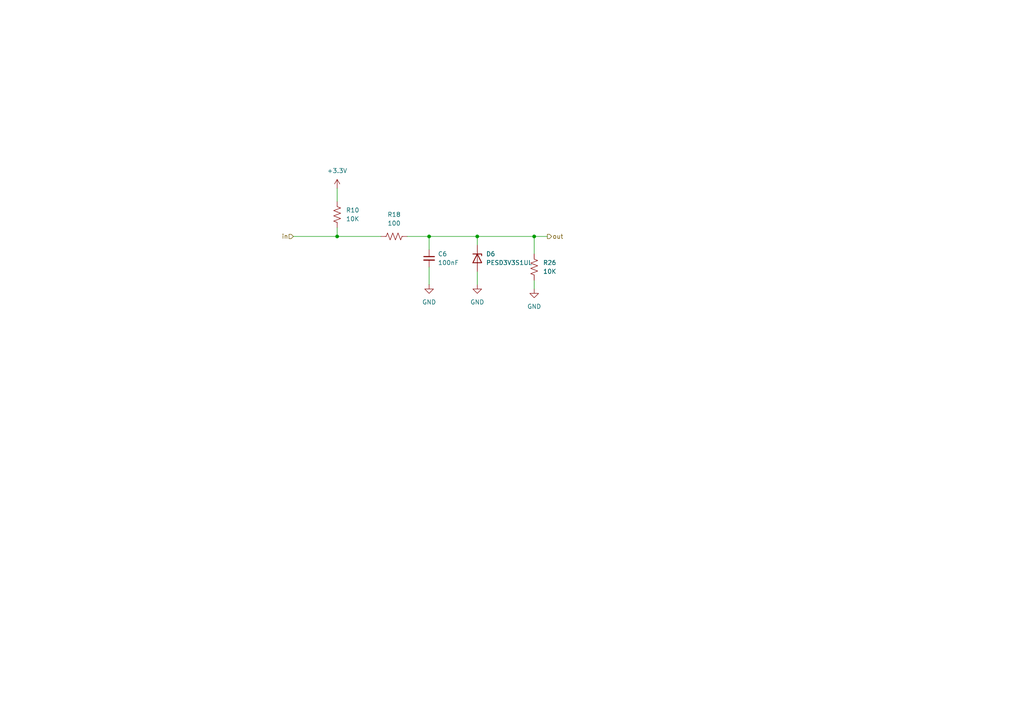
<source format=kicad_sch>
(kicad_sch
	(version 20250114)
	(generator "eeschema")
	(generator_version "9.0")
	(uuid "b4c38bf2-1afe-40bf-ba93-acdd542bcaca")
	(paper "A4")
	(lib_symbols
		(symbol "Device:C_Small"
			(pin_numbers
				(hide yes)
			)
			(pin_names
				(offset 0.254)
				(hide yes)
			)
			(exclude_from_sim no)
			(in_bom yes)
			(on_board yes)
			(property "Reference" "C"
				(at 0.254 1.778 0)
				(effects
					(font
						(size 1.27 1.27)
					)
					(justify left)
				)
			)
			(property "Value" "C_Small"
				(at 0.254 -2.032 0)
				(effects
					(font
						(size 1.27 1.27)
					)
					(justify left)
				)
			)
			(property "Footprint" ""
				(at 0 0 0)
				(effects
					(font
						(size 1.27 1.27)
					)
					(hide yes)
				)
			)
			(property "Datasheet" "~"
				(at 0 0 0)
				(effects
					(font
						(size 1.27 1.27)
					)
					(hide yes)
				)
			)
			(property "Description" "Unpolarized capacitor, small symbol"
				(at 0 0 0)
				(effects
					(font
						(size 1.27 1.27)
					)
					(hide yes)
				)
			)
			(property "ki_keywords" "capacitor cap"
				(at 0 0 0)
				(effects
					(font
						(size 1.27 1.27)
					)
					(hide yes)
				)
			)
			(property "ki_fp_filters" "C_*"
				(at 0 0 0)
				(effects
					(font
						(size 1.27 1.27)
					)
					(hide yes)
				)
			)
			(symbol "C_Small_0_1"
				(polyline
					(pts
						(xy -1.524 0.508) (xy 1.524 0.508)
					)
					(stroke
						(width 0.3048)
						(type default)
					)
					(fill
						(type none)
					)
				)
				(polyline
					(pts
						(xy -1.524 -0.508) (xy 1.524 -0.508)
					)
					(stroke
						(width 0.3302)
						(type default)
					)
					(fill
						(type none)
					)
				)
			)
			(symbol "C_Small_1_1"
				(pin passive line
					(at 0 2.54 270)
					(length 2.032)
					(name "~"
						(effects
							(font
								(size 1.27 1.27)
							)
						)
					)
					(number "1"
						(effects
							(font
								(size 1.27 1.27)
							)
						)
					)
				)
				(pin passive line
					(at 0 -2.54 90)
					(length 2.032)
					(name "~"
						(effects
							(font
								(size 1.27 1.27)
							)
						)
					)
					(number "2"
						(effects
							(font
								(size 1.27 1.27)
							)
						)
					)
				)
			)
			(embedded_fonts no)
		)
		(symbol "Device:R_US"
			(pin_numbers
				(hide yes)
			)
			(pin_names
				(offset 0)
			)
			(exclude_from_sim no)
			(in_bom yes)
			(on_board yes)
			(property "Reference" "R"
				(at 2.54 0 90)
				(effects
					(font
						(size 1.27 1.27)
					)
				)
			)
			(property "Value" "R_US"
				(at -2.54 0 90)
				(effects
					(font
						(size 1.27 1.27)
					)
				)
			)
			(property "Footprint" ""
				(at 1.016 -0.254 90)
				(effects
					(font
						(size 1.27 1.27)
					)
					(hide yes)
				)
			)
			(property "Datasheet" "~"
				(at 0 0 0)
				(effects
					(font
						(size 1.27 1.27)
					)
					(hide yes)
				)
			)
			(property "Description" "Resistor, US symbol"
				(at 0 0 0)
				(effects
					(font
						(size 1.27 1.27)
					)
					(hide yes)
				)
			)
			(property "ki_keywords" "R res resistor"
				(at 0 0 0)
				(effects
					(font
						(size 1.27 1.27)
					)
					(hide yes)
				)
			)
			(property "ki_fp_filters" "R_*"
				(at 0 0 0)
				(effects
					(font
						(size 1.27 1.27)
					)
					(hide yes)
				)
			)
			(symbol "R_US_0_1"
				(polyline
					(pts
						(xy 0 2.286) (xy 0 2.54)
					)
					(stroke
						(width 0)
						(type default)
					)
					(fill
						(type none)
					)
				)
				(polyline
					(pts
						(xy 0 2.286) (xy 1.016 1.905) (xy 0 1.524) (xy -1.016 1.143) (xy 0 0.762)
					)
					(stroke
						(width 0)
						(type default)
					)
					(fill
						(type none)
					)
				)
				(polyline
					(pts
						(xy 0 0.762) (xy 1.016 0.381) (xy 0 0) (xy -1.016 -0.381) (xy 0 -0.762)
					)
					(stroke
						(width 0)
						(type default)
					)
					(fill
						(type none)
					)
				)
				(polyline
					(pts
						(xy 0 -0.762) (xy 1.016 -1.143) (xy 0 -1.524) (xy -1.016 -1.905) (xy 0 -2.286)
					)
					(stroke
						(width 0)
						(type default)
					)
					(fill
						(type none)
					)
				)
				(polyline
					(pts
						(xy 0 -2.286) (xy 0 -2.54)
					)
					(stroke
						(width 0)
						(type default)
					)
					(fill
						(type none)
					)
				)
			)
			(symbol "R_US_1_1"
				(pin passive line
					(at 0 3.81 270)
					(length 1.27)
					(name "~"
						(effects
							(font
								(size 1.27 1.27)
							)
						)
					)
					(number "1"
						(effects
							(font
								(size 1.27 1.27)
							)
						)
					)
				)
				(pin passive line
					(at 0 -3.81 90)
					(length 1.27)
					(name "~"
						(effects
							(font
								(size 1.27 1.27)
							)
						)
					)
					(number "2"
						(effects
							(font
								(size 1.27 1.27)
							)
						)
					)
				)
			)
			(embedded_fonts no)
		)
		(symbol "Diode:PESD3V3S1UL"
			(pin_numbers
				(hide yes)
			)
			(pin_names
				(hide yes)
			)
			(exclude_from_sim no)
			(in_bom yes)
			(on_board yes)
			(property "Reference" "D"
				(at 0 2.54 0)
				(effects
					(font
						(size 1.27 1.27)
					)
				)
			)
			(property "Value" "PESD3V3S1UL"
				(at 0 -2.54 0)
				(effects
					(font
						(size 1.27 1.27)
					)
				)
			)
			(property "Footprint" "Diode_SMD:D_SOD-882"
				(at 0 -5.08 0)
				(effects
					(font
						(size 1.27 1.27)
					)
					(hide yes)
				)
			)
			(property "Datasheet" "https://assets.nexperia.com/documents/data-sheet/PESD3V3S1UL.pdf"
				(at 0 5.08 0)
				(effects
					(font
						(size 1.27 1.27)
					)
					(hide yes)
				)
			)
			(property "Description" "Unidirectional ESD protection diode, 3.3V, SOD-882"
				(at 0 7.62 0)
				(effects
					(font
						(size 1.27 1.27)
					)
					(hide yes)
				)
			)
			(property "ki_keywords" "diode"
				(at 0 0 0)
				(effects
					(font
						(size 1.27 1.27)
					)
					(hide yes)
				)
			)
			(property "ki_fp_filters" "D*SOD?882"
				(at 0 0 0)
				(effects
					(font
						(size 1.27 1.27)
					)
					(hide yes)
				)
			)
			(symbol "PESD3V3S1UL_0_1"
				(polyline
					(pts
						(xy -1.27 -1.27) (xy -1.27 1.27) (xy -0.762 1.27)
					)
					(stroke
						(width 0.254)
						(type default)
					)
					(fill
						(type none)
					)
				)
				(polyline
					(pts
						(xy 1.27 0) (xy -1.27 0)
					)
					(stroke
						(width 0)
						(type default)
					)
					(fill
						(type none)
					)
				)
				(polyline
					(pts
						(xy 1.27 -1.27) (xy 1.27 1.27) (xy -1.27 0) (xy 1.27 -1.27)
					)
					(stroke
						(width 0.254)
						(type default)
					)
					(fill
						(type none)
					)
				)
			)
			(symbol "PESD3V3S1UL_1_1"
				(pin passive line
					(at -3.81 0 0)
					(length 2.54)
					(name "K"
						(effects
							(font
								(size 1.27 1.27)
							)
						)
					)
					(number "1"
						(effects
							(font
								(size 1.27 1.27)
							)
						)
					)
				)
				(pin passive line
					(at 3.81 0 180)
					(length 2.54)
					(name "A"
						(effects
							(font
								(size 1.27 1.27)
							)
						)
					)
					(number "2"
						(effects
							(font
								(size 1.27 1.27)
							)
						)
					)
				)
			)
			(embedded_fonts no)
		)
		(symbol "power:+3.3V"
			(power)
			(pin_numbers
				(hide yes)
			)
			(pin_names
				(offset 0)
				(hide yes)
			)
			(exclude_from_sim no)
			(in_bom yes)
			(on_board yes)
			(property "Reference" "#PWR"
				(at 0 -3.81 0)
				(effects
					(font
						(size 1.27 1.27)
					)
					(hide yes)
				)
			)
			(property "Value" "+3.3V"
				(at 0 3.556 0)
				(effects
					(font
						(size 1.27 1.27)
					)
				)
			)
			(property "Footprint" ""
				(at 0 0 0)
				(effects
					(font
						(size 1.27 1.27)
					)
					(hide yes)
				)
			)
			(property "Datasheet" ""
				(at 0 0 0)
				(effects
					(font
						(size 1.27 1.27)
					)
					(hide yes)
				)
			)
			(property "Description" "Power symbol creates a global label with name \"+3.3V\""
				(at 0 0 0)
				(effects
					(font
						(size 1.27 1.27)
					)
					(hide yes)
				)
			)
			(property "ki_keywords" "global power"
				(at 0 0 0)
				(effects
					(font
						(size 1.27 1.27)
					)
					(hide yes)
				)
			)
			(symbol "+3.3V_0_1"
				(polyline
					(pts
						(xy -0.762 1.27) (xy 0 2.54)
					)
					(stroke
						(width 0)
						(type default)
					)
					(fill
						(type none)
					)
				)
				(polyline
					(pts
						(xy 0 2.54) (xy 0.762 1.27)
					)
					(stroke
						(width 0)
						(type default)
					)
					(fill
						(type none)
					)
				)
				(polyline
					(pts
						(xy 0 0) (xy 0 2.54)
					)
					(stroke
						(width 0)
						(type default)
					)
					(fill
						(type none)
					)
				)
			)
			(symbol "+3.3V_1_1"
				(pin power_in line
					(at 0 0 90)
					(length 0)
					(name "~"
						(effects
							(font
								(size 1.27 1.27)
							)
						)
					)
					(number "1"
						(effects
							(font
								(size 1.27 1.27)
							)
						)
					)
				)
			)
			(embedded_fonts no)
		)
		(symbol "power:GND"
			(power)
			(pin_numbers
				(hide yes)
			)
			(pin_names
				(offset 0)
				(hide yes)
			)
			(exclude_from_sim no)
			(in_bom yes)
			(on_board yes)
			(property "Reference" "#PWR"
				(at 0 -6.35 0)
				(effects
					(font
						(size 1.27 1.27)
					)
					(hide yes)
				)
			)
			(property "Value" "GND"
				(at 0 -3.81 0)
				(effects
					(font
						(size 1.27 1.27)
					)
				)
			)
			(property "Footprint" ""
				(at 0 0 0)
				(effects
					(font
						(size 1.27 1.27)
					)
					(hide yes)
				)
			)
			(property "Datasheet" ""
				(at 0 0 0)
				(effects
					(font
						(size 1.27 1.27)
					)
					(hide yes)
				)
			)
			(property "Description" "Power symbol creates a global label with name \"GND\" , ground"
				(at 0 0 0)
				(effects
					(font
						(size 1.27 1.27)
					)
					(hide yes)
				)
			)
			(property "ki_keywords" "global power"
				(at 0 0 0)
				(effects
					(font
						(size 1.27 1.27)
					)
					(hide yes)
				)
			)
			(symbol "GND_0_1"
				(polyline
					(pts
						(xy 0 0) (xy 0 -1.27) (xy 1.27 -1.27) (xy 0 -2.54) (xy -1.27 -1.27) (xy 0 -1.27)
					)
					(stroke
						(width 0)
						(type default)
					)
					(fill
						(type none)
					)
				)
			)
			(symbol "GND_1_1"
				(pin power_in line
					(at 0 0 270)
					(length 0)
					(name "~"
						(effects
							(font
								(size 1.27 1.27)
							)
						)
					)
					(number "1"
						(effects
							(font
								(size 1.27 1.27)
							)
						)
					)
				)
			)
			(embedded_fonts no)
		)
	)
	(junction
		(at 154.94 68.58)
		(diameter 0)
		(color 0 0 0 0)
		(uuid "021036a3-0ab2-40ba-a615-6d1861c4a611")
	)
	(junction
		(at 97.79 68.58)
		(diameter 0)
		(color 0 0 0 0)
		(uuid "4285e16b-c7a1-43e8-b2c1-35f0e357bc72")
	)
	(junction
		(at 138.43 68.58)
		(diameter 0)
		(color 0 0 0 0)
		(uuid "ab057c23-2ee3-45bb-984d-aacc91e06896")
	)
	(junction
		(at 124.46 68.58)
		(diameter 0)
		(color 0 0 0 0)
		(uuid "fbdfdde5-67e9-4352-9730-e746fea66a21")
	)
	(wire
		(pts
			(xy 97.79 68.58) (xy 110.49 68.58)
		)
		(stroke
			(width 0)
			(type default)
		)
		(uuid "0ae9e61f-50c2-43db-ab7f-07c019d08a3f")
	)
	(wire
		(pts
			(xy 138.43 68.58) (xy 154.94 68.58)
		)
		(stroke
			(width 0)
			(type default)
		)
		(uuid "0d6e80a9-dc0c-434d-8462-fd475c5de9a9")
	)
	(wire
		(pts
			(xy 138.43 68.58) (xy 138.43 71.12)
		)
		(stroke
			(width 0)
			(type default)
		)
		(uuid "0fcc2159-c2a2-497d-8e38-541f8ca62abf")
	)
	(wire
		(pts
			(xy 124.46 68.58) (xy 124.46 72.39)
		)
		(stroke
			(width 0)
			(type default)
		)
		(uuid "130acadc-a16a-4516-97e0-09f5a160843f")
	)
	(wire
		(pts
			(xy 154.94 81.28) (xy 154.94 83.82)
		)
		(stroke
			(width 0)
			(type default)
		)
		(uuid "25197304-6b48-4d73-b24a-0d35deb89e5b")
	)
	(wire
		(pts
			(xy 118.11 68.58) (xy 124.46 68.58)
		)
		(stroke
			(width 0)
			(type default)
		)
		(uuid "40244d80-23f6-40bf-b86d-3e00fd897243")
	)
	(wire
		(pts
			(xy 85.09 68.58) (xy 97.79 68.58)
		)
		(stroke
			(width 0)
			(type default)
		)
		(uuid "585ce4eb-4ce5-4fdf-85f4-b19e43293795")
	)
	(wire
		(pts
			(xy 124.46 77.47) (xy 124.46 82.55)
		)
		(stroke
			(width 0)
			(type default)
		)
		(uuid "69e389df-a4a5-435a-967e-55b843760e65")
	)
	(wire
		(pts
			(xy 124.46 68.58) (xy 138.43 68.58)
		)
		(stroke
			(width 0)
			(type default)
		)
		(uuid "6bf7e1de-4ea4-4f41-afb2-d0de8a08b4c6")
	)
	(wire
		(pts
			(xy 138.43 78.74) (xy 138.43 82.55)
		)
		(stroke
			(width 0)
			(type default)
		)
		(uuid "78a90f1e-fa38-46e5-9c2a-c40814b43233")
	)
	(wire
		(pts
			(xy 97.79 66.04) (xy 97.79 68.58)
		)
		(stroke
			(width 0)
			(type default)
		)
		(uuid "92ae3a1a-9c04-4202-b8ab-1ae37c8d15ba")
	)
	(wire
		(pts
			(xy 154.94 68.58) (xy 158.75 68.58)
		)
		(stroke
			(width 0)
			(type default)
		)
		(uuid "aeac7af5-1155-4ca6-9f3f-b12ecd86d461")
	)
	(wire
		(pts
			(xy 97.79 54.61) (xy 97.79 58.42)
		)
		(stroke
			(width 0)
			(type default)
		)
		(uuid "bfbcb88e-1c2a-4ab5-bbed-6aaf5c085435")
	)
	(wire
		(pts
			(xy 154.94 73.66) (xy 154.94 68.58)
		)
		(stroke
			(width 0)
			(type default)
		)
		(uuid "e6beb601-b15c-4437-93d3-a57becd113f3")
	)
	(hierarchical_label "out"
		(shape output)
		(at 158.75 68.58 0)
		(effects
			(font
				(size 1.27 1.27)
			)
			(justify left)
		)
		(uuid "cbb4f50a-0e54-4b38-b12d-dfaaeb5d80c4")
	)
	(hierarchical_label "in"
		(shape input)
		(at 85.09 68.58 180)
		(effects
			(font
				(size 1.27 1.27)
			)
			(justify right)
		)
		(uuid "df91bdcf-01ff-4285-9108-d174734ec7c7")
	)
	(symbol
		(lib_id "power:+3.3V")
		(at 97.79 54.61 0)
		(unit 1)
		(exclude_from_sim no)
		(in_bom yes)
		(on_board yes)
		(dnp no)
		(fields_autoplaced yes)
		(uuid "0d922535-09ff-4c5f-afde-44de2ff66a52")
		(property "Reference" "#PWR019"
			(at 97.79 58.42 0)
			(effects
				(font
					(size 1.27 1.27)
				)
				(hide yes)
			)
		)
		(property "Value" "+3.3V"
			(at 97.79 49.53 0)
			(effects
				(font
					(size 1.27 1.27)
				)
			)
		)
		(property "Footprint" ""
			(at 97.79 54.61 0)
			(effects
				(font
					(size 1.27 1.27)
				)
				(hide yes)
			)
		)
		(property "Datasheet" ""
			(at 97.79 54.61 0)
			(effects
				(font
					(size 1.27 1.27)
				)
				(hide yes)
			)
		)
		(property "Description" "Power symbol creates a global label with name \"+3.3V\""
			(at 97.79 54.61 0)
			(effects
				(font
					(size 1.27 1.27)
				)
				(hide yes)
			)
		)
		(pin "1"
			(uuid "b46800f6-8453-4265-b799-49b4a5d4b8d6")
		)
		(instances
			(project ""
				(path "/066fc511-7226-4630-beb0-d4fa33de32d6/98e2e1af-13f4-44d7-afbb-a6c00796e80f/002ca46c-5bbc-4955-bc0b-afaa9c4c75e1"
					(reference "#PWR024")
					(unit 1)
				)
				(path "/066fc511-7226-4630-beb0-d4fa33de32d6/98e2e1af-13f4-44d7-afbb-a6c00796e80f/07c5de6b-a5d1-4576-9ce4-799b08267338"
					(reference "#PWR022")
					(unit 1)
				)
				(path "/066fc511-7226-4630-beb0-d4fa33de32d6/98e2e1af-13f4-44d7-afbb-a6c00796e80f/628626d5-1a86-4a0f-a220-13018df05e33"
					(reference "#PWR023")
					(unit 1)
				)
				(path "/066fc511-7226-4630-beb0-d4fa33de32d6/98e2e1af-13f4-44d7-afbb-a6c00796e80f/6da86b21-2855-4bf1-bd25-b8961be50e24"
					(reference "#PWR021")
					(unit 1)
				)
				(path "/066fc511-7226-4630-beb0-d4fa33de32d6/98e2e1af-13f4-44d7-afbb-a6c00796e80f/6ef7833b-b0c7-4764-b797-cc12c56ad8a6"
					(reference "#PWR020")
					(unit 1)
				)
				(path "/066fc511-7226-4630-beb0-d4fa33de32d6/98e2e1af-13f4-44d7-afbb-a6c00796e80f/784c927a-9ea3-449b-8810-b7f620b4f8e2"
					(reference "#PWR019")
					(unit 1)
				)
				(path "/066fc511-7226-4630-beb0-d4fa33de32d6/98e2e1af-13f4-44d7-afbb-a6c00796e80f/b88e904d-6363-4064-a4ca-dcca7c7f092f"
					(reference "#PWR025")
					(unit 1)
				)
			)
		)
	)
	(symbol
		(lib_id "power:GND")
		(at 154.94 83.82 0)
		(unit 1)
		(exclude_from_sim no)
		(in_bom yes)
		(on_board yes)
		(dnp no)
		(fields_autoplaced yes)
		(uuid "28740188-23f1-4379-a482-3611b421ed54")
		(property "Reference" "#PWR035"
			(at 154.94 90.17 0)
			(effects
				(font
					(size 1.27 1.27)
				)
				(hide yes)
			)
		)
		(property "Value" "GND"
			(at 154.94 88.9 0)
			(effects
				(font
					(size 1.27 1.27)
				)
			)
		)
		(property "Footprint" ""
			(at 154.94 83.82 0)
			(effects
				(font
					(size 1.27 1.27)
				)
				(hide yes)
			)
		)
		(property "Datasheet" ""
			(at 154.94 83.82 0)
			(effects
				(font
					(size 1.27 1.27)
				)
				(hide yes)
			)
		)
		(property "Description" "Power symbol creates a global label with name \"GND\" , ground"
			(at 154.94 83.82 0)
			(effects
				(font
					(size 1.27 1.27)
				)
				(hide yes)
			)
		)
		(pin "1"
			(uuid "91f432c7-1f9b-415b-8171-1c0d78024295")
		)
		(instances
			(project "PCB porton"
				(path "/066fc511-7226-4630-beb0-d4fa33de32d6/98e2e1af-13f4-44d7-afbb-a6c00796e80f/002ca46c-5bbc-4955-bc0b-afaa9c4c75e1"
					(reference "#PWR040")
					(unit 1)
				)
				(path "/066fc511-7226-4630-beb0-d4fa33de32d6/98e2e1af-13f4-44d7-afbb-a6c00796e80f/07c5de6b-a5d1-4576-9ce4-799b08267338"
					(reference "#PWR038")
					(unit 1)
				)
				(path "/066fc511-7226-4630-beb0-d4fa33de32d6/98e2e1af-13f4-44d7-afbb-a6c00796e80f/628626d5-1a86-4a0f-a220-13018df05e33"
					(reference "#PWR039")
					(unit 1)
				)
				(path "/066fc511-7226-4630-beb0-d4fa33de32d6/98e2e1af-13f4-44d7-afbb-a6c00796e80f/6da86b21-2855-4bf1-bd25-b8961be50e24"
					(reference "#PWR037")
					(unit 1)
				)
				(path "/066fc511-7226-4630-beb0-d4fa33de32d6/98e2e1af-13f4-44d7-afbb-a6c00796e80f/6ef7833b-b0c7-4764-b797-cc12c56ad8a6"
					(reference "#PWR036")
					(unit 1)
				)
				(path "/066fc511-7226-4630-beb0-d4fa33de32d6/98e2e1af-13f4-44d7-afbb-a6c00796e80f/784c927a-9ea3-449b-8810-b7f620b4f8e2"
					(reference "#PWR035")
					(unit 1)
				)
				(path "/066fc511-7226-4630-beb0-d4fa33de32d6/98e2e1af-13f4-44d7-afbb-a6c00796e80f/b88e904d-6363-4064-a4ca-dcca7c7f092f"
					(reference "#PWR041")
					(unit 1)
				)
			)
		)
	)
	(symbol
		(lib_id "Device:R_US")
		(at 97.79 62.23 0)
		(unit 1)
		(exclude_from_sim no)
		(in_bom yes)
		(on_board yes)
		(dnp no)
		(fields_autoplaced yes)
		(uuid "5cd716f6-da42-4567-948c-76a0e1d81636")
		(property "Reference" "R5"
			(at 100.33 60.9599 0)
			(effects
				(font
					(size 1.27 1.27)
				)
				(justify left)
			)
		)
		(property "Value" "10K"
			(at 100.33 63.4999 0)
			(effects
				(font
					(size 1.27 1.27)
				)
				(justify left)
			)
		)
		(property "Footprint" "Resistor_SMD:R_0603_1608Metric"
			(at 98.806 62.484 90)
			(effects
				(font
					(size 1.27 1.27)
				)
				(hide yes)
			)
		)
		(property "Datasheet" "~"
			(at 97.79 62.23 0)
			(effects
				(font
					(size 1.27 1.27)
				)
				(hide yes)
			)
		)
		(property "Description" "Resistor, US symbol"
			(at 97.79 62.23 0)
			(effects
				(font
					(size 1.27 1.27)
				)
				(hide yes)
			)
		)
		(pin "1"
			(uuid "42cd65a3-6a41-4bd9-a07e-1f7cf2af3fe9")
		)
		(pin "2"
			(uuid "06ef3ca6-7040-4c28-b7ee-ada090d2c3b9")
		)
		(instances
			(project ""
				(path "/066fc511-7226-4630-beb0-d4fa33de32d6/98e2e1af-13f4-44d7-afbb-a6c00796e80f/002ca46c-5bbc-4955-bc0b-afaa9c4c75e1"
					(reference "R10")
					(unit 1)
				)
				(path "/066fc511-7226-4630-beb0-d4fa33de32d6/98e2e1af-13f4-44d7-afbb-a6c00796e80f/07c5de6b-a5d1-4576-9ce4-799b08267338"
					(reference "R8")
					(unit 1)
				)
				(path "/066fc511-7226-4630-beb0-d4fa33de32d6/98e2e1af-13f4-44d7-afbb-a6c00796e80f/628626d5-1a86-4a0f-a220-13018df05e33"
					(reference "R9")
					(unit 1)
				)
				(path "/066fc511-7226-4630-beb0-d4fa33de32d6/98e2e1af-13f4-44d7-afbb-a6c00796e80f/6da86b21-2855-4bf1-bd25-b8961be50e24"
					(reference "R7")
					(unit 1)
				)
				(path "/066fc511-7226-4630-beb0-d4fa33de32d6/98e2e1af-13f4-44d7-afbb-a6c00796e80f/6ef7833b-b0c7-4764-b797-cc12c56ad8a6"
					(reference "R6")
					(unit 1)
				)
				(path "/066fc511-7226-4630-beb0-d4fa33de32d6/98e2e1af-13f4-44d7-afbb-a6c00796e80f/784c927a-9ea3-449b-8810-b7f620b4f8e2"
					(reference "R5")
					(unit 1)
				)
				(path "/066fc511-7226-4630-beb0-d4fa33de32d6/98e2e1af-13f4-44d7-afbb-a6c00796e80f/b88e904d-6363-4064-a4ca-dcca7c7f092f"
					(reference "R11")
					(unit 1)
				)
			)
		)
	)
	(symbol
		(lib_id "Device:R_US")
		(at 114.3 68.58 90)
		(unit 1)
		(exclude_from_sim no)
		(in_bom yes)
		(on_board yes)
		(dnp no)
		(fields_autoplaced yes)
		(uuid "7891d385-6885-4b81-9334-2f53e9b9f89e")
		(property "Reference" "R13"
			(at 114.3 62.23 90)
			(effects
				(font
					(size 1.27 1.27)
				)
			)
		)
		(property "Value" "100"
			(at 114.3 64.77 90)
			(effects
				(font
					(size 1.27 1.27)
				)
			)
		)
		(property "Footprint" "Resistor_SMD:R_0603_1608Metric"
			(at 114.554 67.564 90)
			(effects
				(font
					(size 1.27 1.27)
				)
				(hide yes)
			)
		)
		(property "Datasheet" "~"
			(at 114.3 68.58 0)
			(effects
				(font
					(size 1.27 1.27)
				)
				(hide yes)
			)
		)
		(property "Description" "Resistor, US symbol"
			(at 114.3 68.58 0)
			(effects
				(font
					(size 1.27 1.27)
				)
				(hide yes)
			)
		)
		(pin "1"
			(uuid "4910b412-32bc-4ff0-a308-9f993d20e60c")
		)
		(pin "2"
			(uuid "266d48f7-725f-4859-95b9-18346740c554")
		)
		(instances
			(project "PCB porton"
				(path "/066fc511-7226-4630-beb0-d4fa33de32d6/98e2e1af-13f4-44d7-afbb-a6c00796e80f/002ca46c-5bbc-4955-bc0b-afaa9c4c75e1"
					(reference "R18")
					(unit 1)
				)
				(path "/066fc511-7226-4630-beb0-d4fa33de32d6/98e2e1af-13f4-44d7-afbb-a6c00796e80f/07c5de6b-a5d1-4576-9ce4-799b08267338"
					(reference "R16")
					(unit 1)
				)
				(path "/066fc511-7226-4630-beb0-d4fa33de32d6/98e2e1af-13f4-44d7-afbb-a6c00796e80f/628626d5-1a86-4a0f-a220-13018df05e33"
					(reference "R17")
					(unit 1)
				)
				(path "/066fc511-7226-4630-beb0-d4fa33de32d6/98e2e1af-13f4-44d7-afbb-a6c00796e80f/6da86b21-2855-4bf1-bd25-b8961be50e24"
					(reference "R15")
					(unit 1)
				)
				(path "/066fc511-7226-4630-beb0-d4fa33de32d6/98e2e1af-13f4-44d7-afbb-a6c00796e80f/6ef7833b-b0c7-4764-b797-cc12c56ad8a6"
					(reference "R14")
					(unit 1)
				)
				(path "/066fc511-7226-4630-beb0-d4fa33de32d6/98e2e1af-13f4-44d7-afbb-a6c00796e80f/784c927a-9ea3-449b-8810-b7f620b4f8e2"
					(reference "R13")
					(unit 1)
				)
				(path "/066fc511-7226-4630-beb0-d4fa33de32d6/98e2e1af-13f4-44d7-afbb-a6c00796e80f/b88e904d-6363-4064-a4ca-dcca7c7f092f"
					(reference "R19")
					(unit 1)
				)
			)
		)
	)
	(symbol
		(lib_id "power:GND")
		(at 124.46 82.55 0)
		(unit 1)
		(exclude_from_sim no)
		(in_bom yes)
		(on_board yes)
		(dnp no)
		(fields_autoplaced yes)
		(uuid "997d9a31-b4b8-4bb8-bcec-8d2954c4e31b")
		(property "Reference" "#PWR011"
			(at 124.46 88.9 0)
			(effects
				(font
					(size 1.27 1.27)
				)
				(hide yes)
			)
		)
		(property "Value" "GND"
			(at 124.46 87.63 0)
			(effects
				(font
					(size 1.27 1.27)
				)
			)
		)
		(property "Footprint" ""
			(at 124.46 82.55 0)
			(effects
				(font
					(size 1.27 1.27)
				)
				(hide yes)
			)
		)
		(property "Datasheet" ""
			(at 124.46 82.55 0)
			(effects
				(font
					(size 1.27 1.27)
				)
				(hide yes)
			)
		)
		(property "Description" "Power symbol creates a global label with name \"GND\" , ground"
			(at 124.46 82.55 0)
			(effects
				(font
					(size 1.27 1.27)
				)
				(hide yes)
			)
		)
		(pin "1"
			(uuid "043c7917-bf2e-4fd4-9370-1374e5b99f2c")
		)
		(instances
			(project ""
				(path "/066fc511-7226-4630-beb0-d4fa33de32d6/98e2e1af-13f4-44d7-afbb-a6c00796e80f/002ca46c-5bbc-4955-bc0b-afaa9c4c75e1"
					(reference "#PWR016")
					(unit 1)
				)
				(path "/066fc511-7226-4630-beb0-d4fa33de32d6/98e2e1af-13f4-44d7-afbb-a6c00796e80f/07c5de6b-a5d1-4576-9ce4-799b08267338"
					(reference "#PWR014")
					(unit 1)
				)
				(path "/066fc511-7226-4630-beb0-d4fa33de32d6/98e2e1af-13f4-44d7-afbb-a6c00796e80f/628626d5-1a86-4a0f-a220-13018df05e33"
					(reference "#PWR015")
					(unit 1)
				)
				(path "/066fc511-7226-4630-beb0-d4fa33de32d6/98e2e1af-13f4-44d7-afbb-a6c00796e80f/6da86b21-2855-4bf1-bd25-b8961be50e24"
					(reference "#PWR013")
					(unit 1)
				)
				(path "/066fc511-7226-4630-beb0-d4fa33de32d6/98e2e1af-13f4-44d7-afbb-a6c00796e80f/6ef7833b-b0c7-4764-b797-cc12c56ad8a6"
					(reference "#PWR012")
					(unit 1)
				)
				(path "/066fc511-7226-4630-beb0-d4fa33de32d6/98e2e1af-13f4-44d7-afbb-a6c00796e80f/784c927a-9ea3-449b-8810-b7f620b4f8e2"
					(reference "#PWR011")
					(unit 1)
				)
				(path "/066fc511-7226-4630-beb0-d4fa33de32d6/98e2e1af-13f4-44d7-afbb-a6c00796e80f/b88e904d-6363-4064-a4ca-dcca7c7f092f"
					(reference "#PWR017")
					(unit 1)
				)
			)
		)
	)
	(symbol
		(lib_id "power:GND")
		(at 138.43 82.55 0)
		(unit 1)
		(exclude_from_sim no)
		(in_bom yes)
		(on_board yes)
		(dnp no)
		(fields_autoplaced yes)
		(uuid "acd797db-148d-4bbe-a842-393f0b31d7dc")
		(property "Reference" "#PWR027"
			(at 138.43 88.9 0)
			(effects
				(font
					(size 1.27 1.27)
				)
				(hide yes)
			)
		)
		(property "Value" "GND"
			(at 138.43 87.63 0)
			(effects
				(font
					(size 1.27 1.27)
				)
			)
		)
		(property "Footprint" ""
			(at 138.43 82.55 0)
			(effects
				(font
					(size 1.27 1.27)
				)
				(hide yes)
			)
		)
		(property "Datasheet" ""
			(at 138.43 82.55 0)
			(effects
				(font
					(size 1.27 1.27)
				)
				(hide yes)
			)
		)
		(property "Description" "Power symbol creates a global label with name \"GND\" , ground"
			(at 138.43 82.55 0)
			(effects
				(font
					(size 1.27 1.27)
				)
				(hide yes)
			)
		)
		(pin "1"
			(uuid "59aca302-d306-47aa-bf37-765d70f9ad13")
		)
		(instances
			(project "PCB porton"
				(path "/066fc511-7226-4630-beb0-d4fa33de32d6/98e2e1af-13f4-44d7-afbb-a6c00796e80f/002ca46c-5bbc-4955-bc0b-afaa9c4c75e1"
					(reference "#PWR032")
					(unit 1)
				)
				(path "/066fc511-7226-4630-beb0-d4fa33de32d6/98e2e1af-13f4-44d7-afbb-a6c00796e80f/07c5de6b-a5d1-4576-9ce4-799b08267338"
					(reference "#PWR030")
					(unit 1)
				)
				(path "/066fc511-7226-4630-beb0-d4fa33de32d6/98e2e1af-13f4-44d7-afbb-a6c00796e80f/628626d5-1a86-4a0f-a220-13018df05e33"
					(reference "#PWR031")
					(unit 1)
				)
				(path "/066fc511-7226-4630-beb0-d4fa33de32d6/98e2e1af-13f4-44d7-afbb-a6c00796e80f/6da86b21-2855-4bf1-bd25-b8961be50e24"
					(reference "#PWR029")
					(unit 1)
				)
				(path "/066fc511-7226-4630-beb0-d4fa33de32d6/98e2e1af-13f4-44d7-afbb-a6c00796e80f/6ef7833b-b0c7-4764-b797-cc12c56ad8a6"
					(reference "#PWR028")
					(unit 1)
				)
				(path "/066fc511-7226-4630-beb0-d4fa33de32d6/98e2e1af-13f4-44d7-afbb-a6c00796e80f/784c927a-9ea3-449b-8810-b7f620b4f8e2"
					(reference "#PWR027")
					(unit 1)
				)
				(path "/066fc511-7226-4630-beb0-d4fa33de32d6/98e2e1af-13f4-44d7-afbb-a6c00796e80f/b88e904d-6363-4064-a4ca-dcca7c7f092f"
					(reference "#PWR033")
					(unit 1)
				)
			)
		)
	)
	(symbol
		(lib_id "Device:R_US")
		(at 154.94 77.47 0)
		(unit 1)
		(exclude_from_sim no)
		(in_bom yes)
		(on_board yes)
		(dnp no)
		(fields_autoplaced yes)
		(uuid "b2721f8e-e045-4fde-b3d2-f4302cd90bf5")
		(property "Reference" "R21"
			(at 157.48 76.1999 0)
			(effects
				(font
					(size 1.27 1.27)
				)
				(justify left)
			)
		)
		(property "Value" "10K"
			(at 157.48 78.7399 0)
			(effects
				(font
					(size 1.27 1.27)
				)
				(justify left)
			)
		)
		(property "Footprint" "Resistor_SMD:R_0603_1608Metric"
			(at 155.956 77.724 90)
			(effects
				(font
					(size 1.27 1.27)
				)
				(hide yes)
			)
		)
		(property "Datasheet" "~"
			(at 154.94 77.47 0)
			(effects
				(font
					(size 1.27 1.27)
				)
				(hide yes)
			)
		)
		(property "Description" "Resistor, US symbol"
			(at 154.94 77.47 0)
			(effects
				(font
					(size 1.27 1.27)
				)
				(hide yes)
			)
		)
		(pin "1"
			(uuid "f292329d-d371-446f-9c9a-f562f215d866")
		)
		(pin "2"
			(uuid "e65b4e05-6a08-403b-9143-c236f4ab8abe")
		)
		(instances
			(project "PCB porton"
				(path "/066fc511-7226-4630-beb0-d4fa33de32d6/98e2e1af-13f4-44d7-afbb-a6c00796e80f/002ca46c-5bbc-4955-bc0b-afaa9c4c75e1"
					(reference "R26")
					(unit 1)
				)
				(path "/066fc511-7226-4630-beb0-d4fa33de32d6/98e2e1af-13f4-44d7-afbb-a6c00796e80f/07c5de6b-a5d1-4576-9ce4-799b08267338"
					(reference "R24")
					(unit 1)
				)
				(path "/066fc511-7226-4630-beb0-d4fa33de32d6/98e2e1af-13f4-44d7-afbb-a6c00796e80f/628626d5-1a86-4a0f-a220-13018df05e33"
					(reference "R25")
					(unit 1)
				)
				(path "/066fc511-7226-4630-beb0-d4fa33de32d6/98e2e1af-13f4-44d7-afbb-a6c00796e80f/6da86b21-2855-4bf1-bd25-b8961be50e24"
					(reference "R23")
					(unit 1)
				)
				(path "/066fc511-7226-4630-beb0-d4fa33de32d6/98e2e1af-13f4-44d7-afbb-a6c00796e80f/6ef7833b-b0c7-4764-b797-cc12c56ad8a6"
					(reference "R22")
					(unit 1)
				)
				(path "/066fc511-7226-4630-beb0-d4fa33de32d6/98e2e1af-13f4-44d7-afbb-a6c00796e80f/784c927a-9ea3-449b-8810-b7f620b4f8e2"
					(reference "R21")
					(unit 1)
				)
				(path "/066fc511-7226-4630-beb0-d4fa33de32d6/98e2e1af-13f4-44d7-afbb-a6c00796e80f/b88e904d-6363-4064-a4ca-dcca7c7f092f"
					(reference "R27")
					(unit 1)
				)
			)
		)
	)
	(symbol
		(lib_id "Device:C_Small")
		(at 124.46 74.93 0)
		(unit 1)
		(exclude_from_sim no)
		(in_bom yes)
		(on_board yes)
		(dnp no)
		(fields_autoplaced yes)
		(uuid "cdf45085-1ab3-49f9-ae86-7b3dc692fd16")
		(property "Reference" "C1"
			(at 127 73.6662 0)
			(effects
				(font
					(size 1.27 1.27)
				)
				(justify left)
			)
		)
		(property "Value" "100nF"
			(at 127 76.2062 0)
			(effects
				(font
					(size 1.27 1.27)
				)
				(justify left)
			)
		)
		(property "Footprint" "Capacitor_SMD:C_0201_0603Metric"
			(at 124.46 74.93 0)
			(effects
				(font
					(size 1.27 1.27)
				)
				(hide yes)
			)
		)
		(property "Datasheet" "~"
			(at 124.46 74.93 0)
			(effects
				(font
					(size 1.27 1.27)
				)
				(hide yes)
			)
		)
		(property "Description" "Unpolarized capacitor, small symbol"
			(at 124.46 74.93 0)
			(effects
				(font
					(size 1.27 1.27)
				)
				(hide yes)
			)
		)
		(pin "1"
			(uuid "b50d2b44-1e37-4e1f-9492-fe26c4bd1fb5")
		)
		(pin "2"
			(uuid "87cddde7-8ce3-4669-9afc-e694bb339cfe")
		)
		(instances
			(project ""
				(path "/066fc511-7226-4630-beb0-d4fa33de32d6/98e2e1af-13f4-44d7-afbb-a6c00796e80f/002ca46c-5bbc-4955-bc0b-afaa9c4c75e1"
					(reference "C6")
					(unit 1)
				)
				(path "/066fc511-7226-4630-beb0-d4fa33de32d6/98e2e1af-13f4-44d7-afbb-a6c00796e80f/07c5de6b-a5d1-4576-9ce4-799b08267338"
					(reference "C4")
					(unit 1)
				)
				(path "/066fc511-7226-4630-beb0-d4fa33de32d6/98e2e1af-13f4-44d7-afbb-a6c00796e80f/628626d5-1a86-4a0f-a220-13018df05e33"
					(reference "C5")
					(unit 1)
				)
				(path "/066fc511-7226-4630-beb0-d4fa33de32d6/98e2e1af-13f4-44d7-afbb-a6c00796e80f/6da86b21-2855-4bf1-bd25-b8961be50e24"
					(reference "C3")
					(unit 1)
				)
				(path "/066fc511-7226-4630-beb0-d4fa33de32d6/98e2e1af-13f4-44d7-afbb-a6c00796e80f/6ef7833b-b0c7-4764-b797-cc12c56ad8a6"
					(reference "C2")
					(unit 1)
				)
				(path "/066fc511-7226-4630-beb0-d4fa33de32d6/98e2e1af-13f4-44d7-afbb-a6c00796e80f/784c927a-9ea3-449b-8810-b7f620b4f8e2"
					(reference "C1")
					(unit 1)
				)
				(path "/066fc511-7226-4630-beb0-d4fa33de32d6/98e2e1af-13f4-44d7-afbb-a6c00796e80f/b88e904d-6363-4064-a4ca-dcca7c7f092f"
					(reference "C7")
					(unit 1)
				)
			)
		)
	)
	(symbol
		(lib_id "Diode:PESD3V3S1UL")
		(at 138.43 74.93 270)
		(unit 1)
		(exclude_from_sim no)
		(in_bom yes)
		(on_board yes)
		(dnp no)
		(fields_autoplaced yes)
		(uuid "eea9b41e-4c6e-4794-bc27-4950d4f6b5dc")
		(property "Reference" "D1"
			(at 140.97 73.6599 90)
			(effects
				(font
					(size 1.27 1.27)
				)
				(justify left)
			)
		)
		(property "Value" "PESD3V3S1UL"
			(at 140.97 76.1999 90)
			(effects
				(font
					(size 1.27 1.27)
				)
				(justify left)
			)
		)
		(property "Footprint" "Diode_SMD:D_SOD-882"
			(at 133.35 74.93 0)
			(effects
				(font
					(size 1.27 1.27)
				)
				(hide yes)
			)
		)
		(property "Datasheet" "https://assets.nexperia.com/documents/data-sheet/PESD3V3S1UL.pdf"
			(at 143.51 74.93 0)
			(effects
				(font
					(size 1.27 1.27)
				)
				(hide yes)
			)
		)
		(property "Description" "Unidirectional ESD protection diode, 3.3V, SOD-882"
			(at 146.05 74.93 0)
			(effects
				(font
					(size 1.27 1.27)
				)
				(hide yes)
			)
		)
		(pin "2"
			(uuid "43764f4f-a0d7-46bd-bf8c-7bed890665e2")
		)
		(pin "1"
			(uuid "8cd7fa1d-dec0-4c7f-97ea-5240c086d480")
		)
		(instances
			(project ""
				(path "/066fc511-7226-4630-beb0-d4fa33de32d6/98e2e1af-13f4-44d7-afbb-a6c00796e80f/002ca46c-5bbc-4955-bc0b-afaa9c4c75e1"
					(reference "D6")
					(unit 1)
				)
				(path "/066fc511-7226-4630-beb0-d4fa33de32d6/98e2e1af-13f4-44d7-afbb-a6c00796e80f/07c5de6b-a5d1-4576-9ce4-799b08267338"
					(reference "D4")
					(unit 1)
				)
				(path "/066fc511-7226-4630-beb0-d4fa33de32d6/98e2e1af-13f4-44d7-afbb-a6c00796e80f/628626d5-1a86-4a0f-a220-13018df05e33"
					(reference "D5")
					(unit 1)
				)
				(path "/066fc511-7226-4630-beb0-d4fa33de32d6/98e2e1af-13f4-44d7-afbb-a6c00796e80f/6da86b21-2855-4bf1-bd25-b8961be50e24"
					(reference "D3")
					(unit 1)
				)
				(path "/066fc511-7226-4630-beb0-d4fa33de32d6/98e2e1af-13f4-44d7-afbb-a6c00796e80f/6ef7833b-b0c7-4764-b797-cc12c56ad8a6"
					(reference "D2")
					(unit 1)
				)
				(path "/066fc511-7226-4630-beb0-d4fa33de32d6/98e2e1af-13f4-44d7-afbb-a6c00796e80f/784c927a-9ea3-449b-8810-b7f620b4f8e2"
					(reference "D1")
					(unit 1)
				)
				(path "/066fc511-7226-4630-beb0-d4fa33de32d6/98e2e1af-13f4-44d7-afbb-a6c00796e80f/b88e904d-6363-4064-a4ca-dcca7c7f092f"
					(reference "D7")
					(unit 1)
				)
			)
		)
	)
)

</source>
